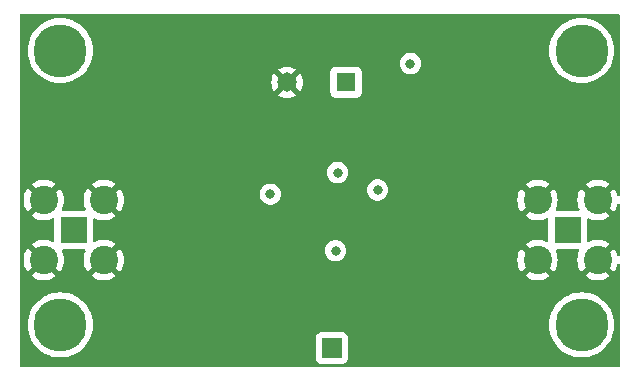
<source format=gbr>
%TF.GenerationSoftware,KiCad,Pcbnew,7.0.5*%
%TF.CreationDate,2023-11-04T20:07:06-04:00*%
%TF.ProjectId,modular,6d6f6475-6c61-4722-9e6b-696361645f70,rev?*%
%TF.SameCoordinates,Original*%
%TF.FileFunction,Copper,L2,Inr*%
%TF.FilePolarity,Positive*%
%FSLAX46Y46*%
G04 Gerber Fmt 4.6, Leading zero omitted, Abs format (unit mm)*
G04 Created by KiCad (PCBNEW 7.0.5) date 2023-11-04 20:07:06*
%MOMM*%
%LPD*%
G01*
G04 APERTURE LIST*
%TA.AperFunction,ComponentPad*%
%ADD10C,4.500000*%
%TD*%
%TA.AperFunction,ComponentPad*%
%ADD11R,1.700000X1.700000*%
%TD*%
%TA.AperFunction,ComponentPad*%
%ADD12R,1.650000X1.650000*%
%TD*%
%TA.AperFunction,ComponentPad*%
%ADD13C,1.650000*%
%TD*%
%TA.AperFunction,ComponentPad*%
%ADD14R,2.250000X2.250000*%
%TD*%
%TA.AperFunction,ComponentPad*%
%ADD15C,2.400000*%
%TD*%
%TA.AperFunction,ViaPad*%
%ADD16C,0.800000*%
%TD*%
G04 APERTURE END LIST*
D10*
%TO.N,N/C*%
%TO.C,*%
X109030000Y-64500000D03*
%TD*%
%TO.N,N/C*%
%TO.C,*%
X153180000Y-87720000D03*
%TD*%
%TO.N,N/C*%
%TO.C,*%
X153180000Y-64500000D03*
%TD*%
%TO.N,N/C*%
%TO.C,*%
X109030000Y-87720000D03*
%TD*%
D11*
%TO.N,Net-(J4-Pin_1)*%
%TO.C,J4*%
X132020000Y-89680000D03*
%TD*%
D12*
%TO.N,+3.3V*%
%TO.C,J1*%
X133232500Y-67180000D03*
D13*
%TO.N,GND*%
X128232500Y-67180000D03*
%TD*%
D14*
%TO.N,Power_Amp_Out*%
%TO.C,J2*%
X151985000Y-79680000D03*
D15*
%TO.N,GND*%
X149445000Y-77140000D03*
X149445000Y-82220000D03*
X154525000Y-82220000D03*
X154525000Y-77140000D03*
%TD*%
D14*
%TO.N,Power_Amp_In*%
%TO.C,J3*%
X110165000Y-79680000D03*
D15*
%TO.N,GND*%
X112705000Y-82220000D03*
X112705000Y-77140000D03*
X107625000Y-77140000D03*
X107625000Y-82220000D03*
%TD*%
D16*
%TO.N,GND*%
X137922856Y-77729810D03*
X140707144Y-80360000D03*
X119492723Y-71649528D03*
X133020000Y-78520000D03*
X107940977Y-71172878D03*
X134633362Y-83930268D03*
X147960000Y-78780000D03*
X114380000Y-80810000D03*
X145450000Y-80410000D03*
X127320000Y-80220000D03*
X147278599Y-85864905D03*
X111252000Y-90659441D03*
X114046000Y-75184000D03*
X120417985Y-87378969D03*
X117981432Y-80820000D03*
X108966000Y-72898000D03*
X137044649Y-69238241D03*
X139708280Y-89818294D03*
X137132860Y-80360000D03*
X121398572Y-78100000D03*
X124876062Y-65817578D03*
X125984000Y-73660000D03*
X116492634Y-74481388D03*
X141530764Y-83061083D03*
X114894456Y-72602827D03*
X139515716Y-80360000D03*
X141898572Y-80360000D03*
X113913118Y-64583897D03*
X152129211Y-70612114D03*
X142688568Y-77729810D03*
X133860000Y-80930000D03*
X116913207Y-90154753D03*
X134840000Y-80770000D03*
X147951516Y-65172699D03*
X123978839Y-67387719D03*
X116240290Y-87154663D03*
X137156802Y-86285478D03*
X134128674Y-73472012D03*
X135810967Y-90154753D03*
X135941432Y-80360000D03*
X147740000Y-80450000D03*
X126010000Y-78140000D03*
X117726316Y-66238152D03*
X112286901Y-67668101D03*
X152858204Y-73668280D03*
X130203323Y-83061083D03*
X116225043Y-65290591D03*
X141867223Y-62705336D03*
X129641331Y-63776527D03*
X127147157Y-83902230D03*
X126321432Y-80820000D03*
X147194484Y-68537285D03*
X123754533Y-86593899D03*
X121555716Y-80820000D03*
X108333512Y-68228865D03*
X118455309Y-84995720D03*
X140305712Y-77729810D03*
X136731428Y-77729810D03*
X138530674Y-83369504D03*
X115371105Y-69827044D03*
X122747144Y-80820000D03*
X126238000Y-69088000D03*
X132164771Y-64743846D03*
X110744799Y-70808381D03*
X123938572Y-80820000D03*
X143090000Y-80360000D03*
X116801054Y-83061083D03*
X149521656Y-74901961D03*
X124090991Y-84350841D03*
X138324288Y-80360000D03*
X123726495Y-64079209D03*
X117824288Y-78100000D03*
X124821432Y-78120000D03*
X106680000Y-72644000D03*
X133020000Y-80390000D03*
X121371284Y-84743376D03*
X120207144Y-78100000D03*
X110492455Y-72350483D03*
X118959997Y-68593362D03*
X132080656Y-69832783D03*
X137969910Y-63181986D03*
X115399143Y-66826954D03*
X140970000Y-74930000D03*
X122296545Y-89958485D03*
X139114284Y-77729810D03*
X125689170Y-86145287D03*
X115610000Y-80810000D03*
X146829987Y-88332268D03*
X127876151Y-87098587D03*
X125130000Y-80820000D03*
X115441432Y-78100000D03*
X128200000Y-78710000D03*
X139700000Y-72390000D03*
X113184124Y-71649528D03*
X139876509Y-85388255D03*
X119015716Y-78100000D03*
X126949662Y-64659731D03*
X141497140Y-77729810D03*
X138430000Y-74930000D03*
X148590000Y-72390000D03*
X123474151Y-74453350D03*
X144780000Y-63500000D03*
X135362356Y-82556395D03*
X139315745Y-87687389D03*
X113716850Y-86005096D03*
X119352532Y-63714712D03*
X125633094Y-88977147D03*
X128540000Y-80210000D03*
X116910000Y-80820000D03*
X116100099Y-85444332D03*
X144780000Y-67310000D03*
X121371284Y-82472280D03*
X142175643Y-86958396D03*
X135540000Y-77729810D03*
X149858115Y-68593362D03*
X119172860Y-80820000D03*
X143880000Y-77729810D03*
X127060000Y-78710000D03*
X112595322Y-87630000D03*
X117612935Y-71346846D03*
X120361908Y-74537464D03*
X143465401Y-89257530D03*
X122689080Y-69013935D03*
X145063580Y-82948930D03*
X134477924Y-63524183D03*
X146050000Y-71120000D03*
X124343335Y-70219579D03*
X133510605Y-70758044D03*
X117612935Y-69117808D03*
X122174000Y-72136000D03*
X143156981Y-84799453D03*
X121399322Y-66854992D03*
X117698277Y-88304230D03*
X130048000Y-69088000D03*
X143510000Y-71120000D03*
X114370000Y-78510000D03*
X146520000Y-80430000D03*
X120333870Y-89425759D03*
X129780000Y-77250000D03*
X120364288Y-80820000D03*
X140970000Y-64770000D03*
X134633362Y-87014472D03*
X144783197Y-86285478D03*
X146050000Y-73660000D03*
X116632860Y-78100000D03*
X123781432Y-78100000D03*
X114698188Y-89369682D03*
X143510000Y-73660000D03*
X122590000Y-78100000D03*
X146790000Y-78740000D03*
X144281432Y-80360000D03*
%TO.N,+3.3V*%
X126810000Y-76650000D03*
X138680000Y-65590000D03*
X135910000Y-76290000D03*
X132520000Y-74820000D03*
%TO.N,Net-(J4-Pin_1)*%
X132340000Y-81440000D03*
%TD*%
%TA.AperFunction,Conductor*%
%TO.N,GND*%
G36*
X156362539Y-61390185D02*
G01*
X156408294Y-61442989D01*
X156419500Y-61494500D01*
X156419500Y-76700083D01*
X156399815Y-76767122D01*
X156347011Y-76812877D01*
X156277853Y-76822821D01*
X156214297Y-76793796D01*
X156176523Y-76735018D01*
X156174609Y-76727676D01*
X156154031Y-76637522D01*
X156154026Y-76637505D01*
X156060941Y-76400328D01*
X156060942Y-76400328D01*
X155933544Y-76179671D01*
X155891546Y-76127006D01*
X155241661Y-76776890D01*
X155154423Y-76638052D01*
X155026948Y-76510577D01*
X154888107Y-76423337D01*
X155538185Y-75773261D01*
X155377377Y-75663624D01*
X155377376Y-75663623D01*
X155147823Y-75553078D01*
X155147825Y-75553078D01*
X154904347Y-75477975D01*
X154904341Y-75477973D01*
X154652404Y-75440000D01*
X154397595Y-75440000D01*
X154145658Y-75477973D01*
X154145652Y-75477975D01*
X153902175Y-75553078D01*
X153672624Y-75663623D01*
X153672616Y-75663628D01*
X153511813Y-75773261D01*
X154161891Y-76423338D01*
X154023052Y-76510577D01*
X153895577Y-76638052D01*
X153808338Y-76776891D01*
X153158453Y-76127006D01*
X153116455Y-76179670D01*
X152989058Y-76400328D01*
X152895973Y-76637505D01*
X152895968Y-76637522D01*
X152839273Y-76885920D01*
X152820233Y-77139995D01*
X152820233Y-77140004D01*
X152839273Y-77394079D01*
X152895968Y-77642477D01*
X152895973Y-77642494D01*
X152990753Y-77883990D01*
X152988940Y-77884701D01*
X152998982Y-77945618D01*
X152971271Y-78009758D01*
X152913282Y-78048733D01*
X152875907Y-78054500D01*
X151094093Y-78054500D01*
X151027054Y-78034815D01*
X150981299Y-77982011D01*
X150971355Y-77912853D01*
X150980056Y-77884307D01*
X150979247Y-77883990D01*
X151074026Y-77642494D01*
X151074031Y-77642477D01*
X151130726Y-77394079D01*
X151149767Y-77140004D01*
X151149767Y-77139995D01*
X151130726Y-76885920D01*
X151074031Y-76637522D01*
X151074026Y-76637505D01*
X150980941Y-76400328D01*
X150980942Y-76400328D01*
X150853544Y-76179671D01*
X150811545Y-76127005D01*
X150161660Y-76776890D01*
X150074423Y-76638052D01*
X149946948Y-76510577D01*
X149808107Y-76423337D01*
X150458185Y-75773261D01*
X150297377Y-75663624D01*
X150297376Y-75663623D01*
X150067823Y-75553078D01*
X150067825Y-75553078D01*
X149824347Y-75477975D01*
X149824341Y-75477973D01*
X149572404Y-75440000D01*
X149317595Y-75440000D01*
X149065658Y-75477973D01*
X149065652Y-75477975D01*
X148822175Y-75553078D01*
X148592624Y-75663623D01*
X148592616Y-75663628D01*
X148431813Y-75773261D01*
X149081891Y-76423338D01*
X148943052Y-76510577D01*
X148815577Y-76638052D01*
X148728338Y-76776891D01*
X148078453Y-76127006D01*
X148036455Y-76179670D01*
X147909058Y-76400328D01*
X147815973Y-76637505D01*
X147815968Y-76637522D01*
X147759273Y-76885920D01*
X147740233Y-77139995D01*
X147740233Y-77140004D01*
X147759273Y-77394079D01*
X147815968Y-77642477D01*
X147815973Y-77642494D01*
X147909058Y-77879671D01*
X147909057Y-77879671D01*
X148036457Y-78100332D01*
X148078452Y-78152993D01*
X148078453Y-78152993D01*
X148728338Y-77503108D01*
X148815577Y-77641948D01*
X148943052Y-77769423D01*
X149081890Y-77856661D01*
X148431813Y-78506737D01*
X148592623Y-78616375D01*
X148592624Y-78616376D01*
X148822176Y-78726921D01*
X148822174Y-78726921D01*
X149065652Y-78802024D01*
X149065658Y-78802026D01*
X149317595Y-78839999D01*
X149317604Y-78840000D01*
X149572396Y-78840000D01*
X149572404Y-78839999D01*
X149824341Y-78802026D01*
X149824347Y-78802024D01*
X150067821Y-78726922D01*
X150181698Y-78672082D01*
X150250639Y-78660730D01*
X150314774Y-78688452D01*
X150353740Y-78746447D01*
X150359500Y-78783802D01*
X150359500Y-80576197D01*
X150339815Y-80643236D01*
X150287011Y-80688991D01*
X150217853Y-80698935D01*
X150181699Y-80687917D01*
X150067823Y-80633078D01*
X150067825Y-80633078D01*
X149824347Y-80557975D01*
X149824341Y-80557973D01*
X149572404Y-80520000D01*
X149317595Y-80520000D01*
X149065658Y-80557973D01*
X149065652Y-80557975D01*
X148822175Y-80633078D01*
X148592624Y-80743623D01*
X148592616Y-80743628D01*
X148431813Y-80853261D01*
X149081891Y-81503338D01*
X148943052Y-81590577D01*
X148815577Y-81718052D01*
X148728338Y-81856891D01*
X148078453Y-81207006D01*
X148036455Y-81259670D01*
X147909058Y-81480328D01*
X147815973Y-81717505D01*
X147815968Y-81717522D01*
X147759273Y-81965920D01*
X147740233Y-82219995D01*
X147740233Y-82220004D01*
X147759273Y-82474079D01*
X147815968Y-82722477D01*
X147815973Y-82722494D01*
X147909058Y-82959671D01*
X147909057Y-82959671D01*
X148036457Y-83180332D01*
X148078452Y-83232993D01*
X148078453Y-83232993D01*
X148728338Y-82583108D01*
X148815577Y-82721948D01*
X148943052Y-82849423D01*
X149081890Y-82936661D01*
X148431813Y-83586737D01*
X148592623Y-83696375D01*
X148592624Y-83696376D01*
X148822176Y-83806921D01*
X148822174Y-83806921D01*
X149065652Y-83882024D01*
X149065658Y-83882026D01*
X149317595Y-83919999D01*
X149317604Y-83920000D01*
X149572396Y-83920000D01*
X149572404Y-83919999D01*
X149824341Y-83882026D01*
X149824347Y-83882024D01*
X150067824Y-83806921D01*
X150297381Y-83696373D01*
X150458185Y-83586737D01*
X149808108Y-82936661D01*
X149946948Y-82849423D01*
X150074423Y-82721948D01*
X150161661Y-82583108D01*
X150811545Y-83232993D01*
X150853545Y-83180327D01*
X150980941Y-82959671D01*
X151074026Y-82722494D01*
X151074031Y-82722477D01*
X151130726Y-82474079D01*
X151149767Y-82220004D01*
X151149767Y-82219995D01*
X151130726Y-81965920D01*
X151074031Y-81717522D01*
X151074026Y-81717505D01*
X150979247Y-81476010D01*
X150981051Y-81475301D01*
X150971023Y-81414341D01*
X150998755Y-81350210D01*
X151056756Y-81311254D01*
X151094087Y-81305499D01*
X152875907Y-81305499D01*
X152942946Y-81325184D01*
X152988701Y-81377988D01*
X152998645Y-81447146D01*
X152989947Y-81475693D01*
X152990753Y-81476010D01*
X152895973Y-81717505D01*
X152895968Y-81717522D01*
X152839273Y-81965920D01*
X152820233Y-82219995D01*
X152820233Y-82220004D01*
X152839273Y-82474079D01*
X152895968Y-82722477D01*
X152895973Y-82722494D01*
X152989058Y-82959671D01*
X152989057Y-82959671D01*
X153116457Y-83180332D01*
X153158452Y-83232993D01*
X153808338Y-82583107D01*
X153895577Y-82721948D01*
X154023052Y-82849423D01*
X154161890Y-82936661D01*
X153511813Y-83586737D01*
X153672623Y-83696375D01*
X153672624Y-83696376D01*
X153902176Y-83806921D01*
X153902174Y-83806921D01*
X154145652Y-83882024D01*
X154145658Y-83882026D01*
X154397595Y-83919999D01*
X154397604Y-83920000D01*
X154652396Y-83920000D01*
X154652404Y-83919999D01*
X154904341Y-83882026D01*
X154904347Y-83882024D01*
X155147824Y-83806921D01*
X155377381Y-83696373D01*
X155538185Y-83586737D01*
X154888108Y-82936661D01*
X155026948Y-82849423D01*
X155154423Y-82721948D01*
X155241661Y-82583108D01*
X155891545Y-83232993D01*
X155933545Y-83180327D01*
X156060941Y-82959671D01*
X156154026Y-82722494D01*
X156154032Y-82722475D01*
X156174609Y-82632324D01*
X156208718Y-82571345D01*
X156270379Y-82538487D01*
X156340016Y-82544182D01*
X156395520Y-82586622D01*
X156419268Y-82652332D01*
X156419500Y-82659916D01*
X156419500Y-91175500D01*
X156399815Y-91242539D01*
X156347011Y-91288294D01*
X156295500Y-91299500D01*
X105744500Y-91299500D01*
X105677461Y-91279815D01*
X105631706Y-91227011D01*
X105620500Y-91175500D01*
X105620500Y-90577870D01*
X130669500Y-90577870D01*
X130669501Y-90577876D01*
X130675908Y-90637483D01*
X130726202Y-90772328D01*
X130726206Y-90772335D01*
X130812452Y-90887544D01*
X130812455Y-90887547D01*
X130927664Y-90973793D01*
X130927671Y-90973797D01*
X131062517Y-91024091D01*
X131062516Y-91024091D01*
X131069444Y-91024835D01*
X131122127Y-91030500D01*
X132917872Y-91030499D01*
X132977483Y-91024091D01*
X133112331Y-90973796D01*
X133227546Y-90887546D01*
X133313796Y-90772331D01*
X133364091Y-90637483D01*
X133370500Y-90577873D01*
X133370499Y-88782128D01*
X133364091Y-88722517D01*
X133354618Y-88697119D01*
X133313797Y-88587671D01*
X133313793Y-88587664D01*
X133227547Y-88472455D01*
X133227544Y-88472452D01*
X133112335Y-88386206D01*
X133112328Y-88386202D01*
X132977482Y-88335908D01*
X132977483Y-88335908D01*
X132917883Y-88329501D01*
X132917881Y-88329500D01*
X132917873Y-88329500D01*
X132917864Y-88329500D01*
X131122129Y-88329500D01*
X131122123Y-88329501D01*
X131062516Y-88335908D01*
X130927671Y-88386202D01*
X130927664Y-88386206D01*
X130812455Y-88472452D01*
X130812452Y-88472455D01*
X130726206Y-88587664D01*
X130726202Y-88587671D01*
X130675908Y-88722517D01*
X130669501Y-88782116D01*
X130669501Y-88782123D01*
X130669500Y-88782135D01*
X130669500Y-90577870D01*
X105620500Y-90577870D01*
X105620500Y-87720000D01*
X106274473Y-87720000D01*
X106294563Y-88052136D01*
X106294563Y-88052141D01*
X106294564Y-88052142D01*
X106354544Y-88379441D01*
X106354545Y-88379445D01*
X106354546Y-88379449D01*
X106453530Y-88697104D01*
X106453534Y-88697116D01*
X106453537Y-88697123D01*
X106590102Y-89000557D01*
X106762246Y-89285318D01*
X106762251Y-89285326D01*
X106967460Y-89547255D01*
X107202744Y-89782539D01*
X107464673Y-89987748D01*
X107464678Y-89987751D01*
X107464682Y-89987754D01*
X107749443Y-90159898D01*
X108052877Y-90296463D01*
X108052890Y-90296467D01*
X108052895Y-90296469D01*
X108264664Y-90362458D01*
X108370559Y-90395456D01*
X108697858Y-90455436D01*
X109030000Y-90475527D01*
X109362142Y-90455436D01*
X109689441Y-90395456D01*
X110007123Y-90296463D01*
X110310557Y-90159898D01*
X110595318Y-89987754D01*
X110857252Y-89782542D01*
X111092542Y-89547252D01*
X111297754Y-89285318D01*
X111469898Y-89000557D01*
X111606463Y-88697123D01*
X111705456Y-88379441D01*
X111765436Y-88052142D01*
X111785527Y-87720000D01*
X111785527Y-87719999D01*
X150424473Y-87719999D01*
X150444563Y-88052136D01*
X150444563Y-88052141D01*
X150444564Y-88052142D01*
X150504544Y-88379441D01*
X150504545Y-88379445D01*
X150504546Y-88379449D01*
X150603530Y-88697104D01*
X150603534Y-88697116D01*
X150603537Y-88697123D01*
X150740102Y-89000557D01*
X150912246Y-89285318D01*
X150912251Y-89285326D01*
X151117460Y-89547255D01*
X151352744Y-89782539D01*
X151614673Y-89987748D01*
X151614678Y-89987751D01*
X151614682Y-89987754D01*
X151899443Y-90159898D01*
X152202877Y-90296463D01*
X152202890Y-90296467D01*
X152202895Y-90296469D01*
X152414664Y-90362458D01*
X152520559Y-90395456D01*
X152847858Y-90455436D01*
X153180000Y-90475527D01*
X153512142Y-90455436D01*
X153839441Y-90395456D01*
X154157123Y-90296463D01*
X154460557Y-90159898D01*
X154745318Y-89987754D01*
X155007252Y-89782542D01*
X155242542Y-89547252D01*
X155447754Y-89285318D01*
X155619898Y-89000557D01*
X155756463Y-88697123D01*
X155855456Y-88379441D01*
X155915436Y-88052142D01*
X155935527Y-87720000D01*
X155915436Y-87387858D01*
X155855456Y-87060559D01*
X155756463Y-86742877D01*
X155619898Y-86439443D01*
X155447754Y-86154682D01*
X155447751Y-86154678D01*
X155447748Y-86154673D01*
X155242539Y-85892744D01*
X155007255Y-85657460D01*
X154745326Y-85452251D01*
X154745318Y-85452246D01*
X154460557Y-85280102D01*
X154157123Y-85143537D01*
X154157116Y-85143534D01*
X154157104Y-85143530D01*
X153839449Y-85044546D01*
X153839445Y-85044545D01*
X153839441Y-85044544D01*
X153512142Y-84984564D01*
X153512141Y-84984563D01*
X153512136Y-84984563D01*
X153208800Y-84966215D01*
X153180000Y-84964473D01*
X153179999Y-84964473D01*
X152847863Y-84984563D01*
X152847857Y-84984564D01*
X152847858Y-84984564D01*
X152520559Y-85044544D01*
X152520556Y-85044544D01*
X152520550Y-85044546D01*
X152202895Y-85143530D01*
X152202879Y-85143536D01*
X152202877Y-85143537D01*
X152009656Y-85230498D01*
X151899447Y-85280100D01*
X151899445Y-85280101D01*
X151614673Y-85452251D01*
X151352744Y-85657460D01*
X151117460Y-85892744D01*
X150912251Y-86154673D01*
X150740101Y-86439445D01*
X150740100Y-86439447D01*
X150603536Y-86742880D01*
X150603530Y-86742895D01*
X150504546Y-87060550D01*
X150444563Y-87387863D01*
X150424473Y-87719999D01*
X111785527Y-87719999D01*
X111765436Y-87387858D01*
X111705456Y-87060559D01*
X111606463Y-86742877D01*
X111469898Y-86439443D01*
X111297754Y-86154682D01*
X111297751Y-86154678D01*
X111297748Y-86154673D01*
X111092539Y-85892744D01*
X110857255Y-85657460D01*
X110595326Y-85452251D01*
X110595318Y-85452246D01*
X110310557Y-85280102D01*
X110007123Y-85143537D01*
X110007116Y-85143534D01*
X110007104Y-85143530D01*
X109689449Y-85044546D01*
X109689445Y-85044545D01*
X109689441Y-85044544D01*
X109362142Y-84984564D01*
X109362141Y-84984563D01*
X109362136Y-84984563D01*
X109030000Y-84964473D01*
X108697863Y-84984563D01*
X108697857Y-84984564D01*
X108697858Y-84984564D01*
X108370559Y-85044544D01*
X108370556Y-85044544D01*
X108370550Y-85044546D01*
X108052895Y-85143530D01*
X108052879Y-85143536D01*
X108052877Y-85143537D01*
X107859656Y-85230498D01*
X107749447Y-85280100D01*
X107749445Y-85280101D01*
X107464673Y-85452251D01*
X107202744Y-85657460D01*
X106967460Y-85892744D01*
X106762251Y-86154673D01*
X106590101Y-86439445D01*
X106590100Y-86439447D01*
X106453536Y-86742880D01*
X106453530Y-86742895D01*
X106354546Y-87060550D01*
X106294563Y-87387863D01*
X106274473Y-87720000D01*
X105620500Y-87720000D01*
X105620500Y-82220004D01*
X105920233Y-82220004D01*
X105939273Y-82474079D01*
X105995968Y-82722477D01*
X105995973Y-82722494D01*
X106089058Y-82959671D01*
X106089057Y-82959671D01*
X106216457Y-83180332D01*
X106258452Y-83232993D01*
X106258453Y-83232993D01*
X106908338Y-82583108D01*
X106995577Y-82721948D01*
X107123052Y-82849423D01*
X107261890Y-82936661D01*
X106611813Y-83586737D01*
X106772623Y-83696375D01*
X106772624Y-83696376D01*
X107002176Y-83806921D01*
X107002174Y-83806921D01*
X107245652Y-83882024D01*
X107245658Y-83882026D01*
X107497595Y-83919999D01*
X107497604Y-83920000D01*
X107752396Y-83920000D01*
X107752404Y-83919999D01*
X108004341Y-83882026D01*
X108004347Y-83882024D01*
X108247824Y-83806921D01*
X108477381Y-83696373D01*
X108638185Y-83586737D01*
X107988108Y-82936661D01*
X108126948Y-82849423D01*
X108254423Y-82721948D01*
X108341661Y-82583108D01*
X108991545Y-83232993D01*
X109033545Y-83180327D01*
X109160941Y-82959671D01*
X109254026Y-82722494D01*
X109254031Y-82722477D01*
X109310726Y-82474079D01*
X109329767Y-82220004D01*
X109329767Y-82219995D01*
X109310726Y-81965920D01*
X109254031Y-81717522D01*
X109254026Y-81717505D01*
X109159247Y-81476010D01*
X109161051Y-81475301D01*
X109151023Y-81414341D01*
X109178755Y-81350210D01*
X109236756Y-81311254D01*
X109274087Y-81305499D01*
X111055907Y-81305499D01*
X111122946Y-81325184D01*
X111168701Y-81377988D01*
X111178645Y-81447146D01*
X111169947Y-81475693D01*
X111170753Y-81476010D01*
X111075973Y-81717505D01*
X111075968Y-81717522D01*
X111019273Y-81965920D01*
X111000233Y-82219995D01*
X111000233Y-82220004D01*
X111019273Y-82474079D01*
X111075968Y-82722477D01*
X111075973Y-82722494D01*
X111169058Y-82959671D01*
X111169057Y-82959671D01*
X111296457Y-83180332D01*
X111338452Y-83232993D01*
X111988338Y-82583107D01*
X112075577Y-82721948D01*
X112203052Y-82849423D01*
X112341890Y-82936661D01*
X111691813Y-83586737D01*
X111852623Y-83696375D01*
X111852624Y-83696376D01*
X112082176Y-83806921D01*
X112082174Y-83806921D01*
X112325652Y-83882024D01*
X112325658Y-83882026D01*
X112577595Y-83919999D01*
X112577604Y-83920000D01*
X112832396Y-83920000D01*
X112832404Y-83919999D01*
X113084341Y-83882026D01*
X113084347Y-83882024D01*
X113327824Y-83806921D01*
X113557381Y-83696373D01*
X113718185Y-83586737D01*
X113068108Y-82936661D01*
X113206948Y-82849423D01*
X113334423Y-82721948D01*
X113421661Y-82583108D01*
X114071545Y-83232993D01*
X114113545Y-83180327D01*
X114240941Y-82959671D01*
X114334026Y-82722494D01*
X114334031Y-82722477D01*
X114390726Y-82474079D01*
X114409767Y-82220004D01*
X114409767Y-82219995D01*
X114390726Y-81965920D01*
X114334031Y-81717522D01*
X114334026Y-81717505D01*
X114240941Y-81480328D01*
X114240942Y-81480328D01*
X114217658Y-81440000D01*
X131434540Y-81440000D01*
X131454326Y-81628256D01*
X131454327Y-81628259D01*
X131512818Y-81808277D01*
X131512821Y-81808284D01*
X131607467Y-81972216D01*
X131669272Y-82040857D01*
X131734129Y-82112888D01*
X131887265Y-82224148D01*
X131887270Y-82224151D01*
X132060192Y-82301142D01*
X132060197Y-82301144D01*
X132245354Y-82340500D01*
X132245355Y-82340500D01*
X132434644Y-82340500D01*
X132434646Y-82340500D01*
X132619803Y-82301144D01*
X132792730Y-82224151D01*
X132945871Y-82112888D01*
X133072533Y-81972216D01*
X133167179Y-81808284D01*
X133225674Y-81628256D01*
X133245460Y-81440000D01*
X133225674Y-81251744D01*
X133167179Y-81071716D01*
X133072533Y-80907784D01*
X132945871Y-80767112D01*
X132913548Y-80743628D01*
X132792734Y-80655851D01*
X132792729Y-80655848D01*
X132619807Y-80578857D01*
X132619802Y-80578855D01*
X132474000Y-80547865D01*
X132434646Y-80539500D01*
X132245354Y-80539500D01*
X132212897Y-80546398D01*
X132060197Y-80578855D01*
X132060192Y-80578857D01*
X131887270Y-80655848D01*
X131887265Y-80655851D01*
X131734129Y-80767111D01*
X131607466Y-80907785D01*
X131512821Y-81071715D01*
X131512818Y-81071722D01*
X131468862Y-81207006D01*
X131454326Y-81251744D01*
X131434540Y-81440000D01*
X114217658Y-81440000D01*
X114113544Y-81259671D01*
X114071545Y-81207005D01*
X113421660Y-81856890D01*
X113334423Y-81718052D01*
X113206948Y-81590577D01*
X113068108Y-81503338D01*
X113718185Y-80853261D01*
X113557377Y-80743624D01*
X113557376Y-80743623D01*
X113327823Y-80633078D01*
X113327825Y-80633078D01*
X113084347Y-80557975D01*
X113084341Y-80557973D01*
X112832404Y-80520000D01*
X112577595Y-80520000D01*
X112325658Y-80557973D01*
X112325652Y-80557975D01*
X112082175Y-80633078D01*
X111968300Y-80687918D01*
X111899359Y-80699270D01*
X111835225Y-80671548D01*
X111796259Y-80613552D01*
X111790499Y-80576203D01*
X111790499Y-78783801D01*
X111810184Y-78716763D01*
X111862988Y-78671008D01*
X111932146Y-78661064D01*
X111968300Y-78672082D01*
X112082176Y-78726921D01*
X112082174Y-78726921D01*
X112325652Y-78802024D01*
X112325658Y-78802026D01*
X112577595Y-78839999D01*
X112577604Y-78840000D01*
X112832396Y-78840000D01*
X112832404Y-78839999D01*
X113084341Y-78802026D01*
X113084347Y-78802024D01*
X113327824Y-78726921D01*
X113557381Y-78616373D01*
X113718185Y-78506737D01*
X113068108Y-77856661D01*
X113206948Y-77769423D01*
X113334423Y-77641948D01*
X113421661Y-77503108D01*
X114071545Y-78152993D01*
X114113545Y-78100327D01*
X114240941Y-77879671D01*
X114334026Y-77642494D01*
X114334031Y-77642477D01*
X114390726Y-77394079D01*
X114409767Y-77140004D01*
X114409767Y-77139995D01*
X114390726Y-76885920D01*
X114336879Y-76650000D01*
X125904540Y-76650000D01*
X125924326Y-76838256D01*
X125924327Y-76838259D01*
X125982818Y-77018277D01*
X125982821Y-77018284D01*
X126077467Y-77182216D01*
X126200757Y-77319143D01*
X126204129Y-77322888D01*
X126357265Y-77434148D01*
X126357270Y-77434151D01*
X126530192Y-77511142D01*
X126530197Y-77511144D01*
X126715354Y-77550500D01*
X126715355Y-77550500D01*
X126904644Y-77550500D01*
X126904646Y-77550500D01*
X127089803Y-77511144D01*
X127262730Y-77434151D01*
X127415871Y-77322888D01*
X127542533Y-77182216D01*
X127637179Y-77018284D01*
X127695674Y-76838256D01*
X127715460Y-76650000D01*
X127695674Y-76461744D01*
X127639871Y-76290000D01*
X135004540Y-76290000D01*
X135024326Y-76478256D01*
X135024327Y-76478259D01*
X135082818Y-76658277D01*
X135082821Y-76658284D01*
X135177467Y-76822216D01*
X135234827Y-76885920D01*
X135304129Y-76962888D01*
X135457265Y-77074148D01*
X135457270Y-77074151D01*
X135630192Y-77151142D01*
X135630197Y-77151144D01*
X135815354Y-77190500D01*
X135815355Y-77190500D01*
X136004644Y-77190500D01*
X136004646Y-77190500D01*
X136189803Y-77151144D01*
X136362730Y-77074151D01*
X136515871Y-76962888D01*
X136642533Y-76822216D01*
X136737179Y-76658284D01*
X136795674Y-76478256D01*
X136815460Y-76290000D01*
X136795674Y-76101744D01*
X136737179Y-75921716D01*
X136642533Y-75757784D01*
X136515871Y-75617112D01*
X136498028Y-75604148D01*
X136362734Y-75505851D01*
X136362729Y-75505848D01*
X136189807Y-75428857D01*
X136189802Y-75428855D01*
X136044001Y-75397865D01*
X136004646Y-75389500D01*
X135815354Y-75389500D01*
X135782897Y-75396398D01*
X135630197Y-75428855D01*
X135630192Y-75428857D01*
X135457270Y-75505848D01*
X135457265Y-75505851D01*
X135304129Y-75617111D01*
X135177466Y-75757785D01*
X135082821Y-75921715D01*
X135082818Y-75921722D01*
X135024327Y-76101740D01*
X135024326Y-76101744D01*
X135004540Y-76290000D01*
X127639871Y-76290000D01*
X127637179Y-76281716D01*
X127542533Y-76117784D01*
X127415871Y-75977112D01*
X127415870Y-75977111D01*
X127262734Y-75865851D01*
X127262729Y-75865848D01*
X127089807Y-75788857D01*
X127089802Y-75788855D01*
X126943619Y-75757784D01*
X126904646Y-75749500D01*
X126715354Y-75749500D01*
X126682897Y-75756398D01*
X126530197Y-75788855D01*
X126530192Y-75788857D01*
X126357270Y-75865848D01*
X126357265Y-75865851D01*
X126204129Y-75977111D01*
X126077466Y-76117785D01*
X125982821Y-76281715D01*
X125982818Y-76281722D01*
X125958969Y-76355123D01*
X125924326Y-76461744D01*
X125904540Y-76650000D01*
X114336879Y-76650000D01*
X114334031Y-76637522D01*
X114334026Y-76637505D01*
X114240941Y-76400328D01*
X114240942Y-76400328D01*
X114113544Y-76179671D01*
X114071546Y-76127006D01*
X113421661Y-76776890D01*
X113334423Y-76638052D01*
X113206948Y-76510577D01*
X113068108Y-76423338D01*
X113718185Y-75773261D01*
X113557377Y-75663624D01*
X113557376Y-75663623D01*
X113327823Y-75553078D01*
X113327825Y-75553078D01*
X113084347Y-75477975D01*
X113084341Y-75477973D01*
X112832404Y-75440000D01*
X112577595Y-75440000D01*
X112325658Y-75477973D01*
X112325652Y-75477975D01*
X112082175Y-75553078D01*
X111852624Y-75663623D01*
X111852616Y-75663628D01*
X111691813Y-75773261D01*
X112341891Y-76423338D01*
X112203052Y-76510577D01*
X112075577Y-76638052D01*
X111988338Y-76776891D01*
X111338453Y-76127006D01*
X111296455Y-76179670D01*
X111169058Y-76400328D01*
X111075973Y-76637505D01*
X111075968Y-76637522D01*
X111019273Y-76885920D01*
X111000233Y-77139995D01*
X111000233Y-77140004D01*
X111019273Y-77394079D01*
X111075968Y-77642477D01*
X111075973Y-77642494D01*
X111170753Y-77883990D01*
X111168940Y-77884701D01*
X111178982Y-77945618D01*
X111151271Y-78009758D01*
X111093282Y-78048733D01*
X111055907Y-78054500D01*
X109274093Y-78054500D01*
X109207054Y-78034815D01*
X109161299Y-77982011D01*
X109151355Y-77912853D01*
X109160056Y-77884307D01*
X109159247Y-77883990D01*
X109254026Y-77642494D01*
X109254031Y-77642477D01*
X109310726Y-77394079D01*
X109329767Y-77140004D01*
X109329767Y-77139995D01*
X109310726Y-76885920D01*
X109254031Y-76637522D01*
X109254026Y-76637505D01*
X109160941Y-76400328D01*
X109160942Y-76400328D01*
X109033544Y-76179671D01*
X108991545Y-76127005D01*
X108341660Y-76776890D01*
X108254423Y-76638052D01*
X108126948Y-76510577D01*
X107988107Y-76423337D01*
X108638185Y-75773261D01*
X108477377Y-75663624D01*
X108477376Y-75663623D01*
X108247823Y-75553078D01*
X108247825Y-75553078D01*
X108004347Y-75477975D01*
X108004341Y-75477973D01*
X107752404Y-75440000D01*
X107497595Y-75440000D01*
X107245658Y-75477973D01*
X107245652Y-75477975D01*
X107002175Y-75553078D01*
X106772624Y-75663623D01*
X106772616Y-75663628D01*
X106611813Y-75773261D01*
X107261891Y-76423338D01*
X107123052Y-76510577D01*
X106995577Y-76638052D01*
X106908338Y-76776891D01*
X106258453Y-76127006D01*
X106216455Y-76179670D01*
X106089058Y-76400328D01*
X105995973Y-76637505D01*
X105995968Y-76637522D01*
X105939273Y-76885920D01*
X105920233Y-77139995D01*
X105920233Y-77140004D01*
X105939273Y-77394079D01*
X105995968Y-77642477D01*
X105995973Y-77642494D01*
X106089058Y-77879671D01*
X106089057Y-77879671D01*
X106216457Y-78100332D01*
X106258452Y-78152993D01*
X106258453Y-78152993D01*
X106908338Y-77503108D01*
X106995577Y-77641948D01*
X107123052Y-77769423D01*
X107261890Y-77856661D01*
X106611813Y-78506737D01*
X106772623Y-78616375D01*
X106772624Y-78616376D01*
X107002176Y-78726921D01*
X107002174Y-78726921D01*
X107245652Y-78802024D01*
X107245658Y-78802026D01*
X107497595Y-78839999D01*
X107497604Y-78840000D01*
X107752396Y-78840000D01*
X107752404Y-78839999D01*
X108004341Y-78802026D01*
X108004347Y-78802024D01*
X108247821Y-78726922D01*
X108361698Y-78672082D01*
X108430639Y-78660730D01*
X108494774Y-78688452D01*
X108533740Y-78746447D01*
X108539500Y-78783802D01*
X108539500Y-80576197D01*
X108519815Y-80643236D01*
X108467011Y-80688991D01*
X108397853Y-80698935D01*
X108361699Y-80687917D01*
X108247823Y-80633078D01*
X108247825Y-80633078D01*
X108004347Y-80557975D01*
X108004341Y-80557973D01*
X107752404Y-80520000D01*
X107497595Y-80520000D01*
X107245658Y-80557973D01*
X107245652Y-80557975D01*
X107002175Y-80633078D01*
X106772624Y-80743623D01*
X106772616Y-80743628D01*
X106611813Y-80853261D01*
X107261891Y-81503338D01*
X107123052Y-81590577D01*
X106995577Y-81718052D01*
X106908338Y-81856891D01*
X106258453Y-81207006D01*
X106216455Y-81259670D01*
X106089058Y-81480328D01*
X105995973Y-81717505D01*
X105995968Y-81717522D01*
X105939273Y-81965920D01*
X105920233Y-82219995D01*
X105920233Y-82220004D01*
X105620500Y-82220004D01*
X105620500Y-74820000D01*
X131614540Y-74820000D01*
X131634326Y-75008256D01*
X131634327Y-75008259D01*
X131692818Y-75188277D01*
X131692821Y-75188284D01*
X131787467Y-75352216D01*
X131900701Y-75477975D01*
X131914129Y-75492888D01*
X132067265Y-75604148D01*
X132067270Y-75604151D01*
X132240192Y-75681142D01*
X132240197Y-75681144D01*
X132425354Y-75720500D01*
X132425355Y-75720500D01*
X132614644Y-75720500D01*
X132614646Y-75720500D01*
X132799803Y-75681144D01*
X132972730Y-75604151D01*
X133125871Y-75492888D01*
X133252533Y-75352216D01*
X133347179Y-75188284D01*
X133405674Y-75008256D01*
X133425460Y-74820000D01*
X133405674Y-74631744D01*
X133347179Y-74451716D01*
X133252533Y-74287784D01*
X133125871Y-74147112D01*
X133125870Y-74147111D01*
X132972734Y-74035851D01*
X132972729Y-74035848D01*
X132799807Y-73958857D01*
X132799802Y-73958855D01*
X132654001Y-73927865D01*
X132614646Y-73919500D01*
X132425354Y-73919500D01*
X132392897Y-73926398D01*
X132240197Y-73958855D01*
X132240192Y-73958857D01*
X132067270Y-74035848D01*
X132067265Y-74035851D01*
X131914129Y-74147111D01*
X131787466Y-74287785D01*
X131692821Y-74451715D01*
X131692818Y-74451722D01*
X131634327Y-74631740D01*
X131634326Y-74631744D01*
X131614540Y-74820000D01*
X105620500Y-74820000D01*
X105620500Y-64499999D01*
X106274473Y-64499999D01*
X106294563Y-64832136D01*
X106294563Y-64832141D01*
X106294564Y-64832142D01*
X106354544Y-65159441D01*
X106354545Y-65159445D01*
X106354546Y-65159449D01*
X106453530Y-65477104D01*
X106453534Y-65477116D01*
X106453537Y-65477123D01*
X106590102Y-65780557D01*
X106739767Y-66028133D01*
X106762251Y-66065326D01*
X106967460Y-66327255D01*
X107202744Y-66562539D01*
X107464673Y-66767748D01*
X107464678Y-66767751D01*
X107464682Y-66767754D01*
X107749443Y-66939898D01*
X108052877Y-67076463D01*
X108052890Y-67076467D01*
X108052895Y-67076469D01*
X108253124Y-67138862D01*
X108370559Y-67175456D01*
X108697858Y-67235436D01*
X109030000Y-67255527D01*
X109362142Y-67235436D01*
X109664645Y-67180000D01*
X126902439Y-67180000D01*
X126922645Y-67410958D01*
X126922647Y-67410968D01*
X126982648Y-67634900D01*
X126982652Y-67634909D01*
X127080632Y-67845029D01*
X127080633Y-67845031D01*
X127135523Y-67923422D01*
X127135523Y-67923423D01*
X127629952Y-67428993D01*
X127639688Y-67458956D01*
X127727686Y-67597619D01*
X127847403Y-67710040D01*
X127982010Y-67784041D01*
X127489075Y-68276975D01*
X127567473Y-68331868D01*
X127777590Y-68429847D01*
X127777599Y-68429851D01*
X128001531Y-68489852D01*
X128001541Y-68489854D01*
X128232499Y-68510061D01*
X128232501Y-68510061D01*
X128463458Y-68489854D01*
X128463468Y-68489852D01*
X128687400Y-68429851D01*
X128687409Y-68429847D01*
X128897530Y-68331867D01*
X128975923Y-68276975D01*
X128751818Y-68052870D01*
X131907000Y-68052870D01*
X131907001Y-68052876D01*
X131913408Y-68112483D01*
X131963702Y-68247328D01*
X131963706Y-68247335D01*
X132049952Y-68362544D01*
X132049955Y-68362547D01*
X132165164Y-68448793D01*
X132165171Y-68448797D01*
X132300017Y-68499091D01*
X132300016Y-68499091D01*
X132306944Y-68499835D01*
X132359627Y-68505500D01*
X134105372Y-68505499D01*
X134164983Y-68499091D01*
X134299831Y-68448796D01*
X134415046Y-68362546D01*
X134501296Y-68247331D01*
X134551591Y-68112483D01*
X134558000Y-68052873D01*
X134557999Y-66307128D01*
X134551591Y-66247517D01*
X134501296Y-66112669D01*
X134501295Y-66112668D01*
X134501293Y-66112664D01*
X134415047Y-65997455D01*
X134415044Y-65997452D01*
X134299835Y-65911206D01*
X134299828Y-65911202D01*
X134164982Y-65860908D01*
X134164983Y-65860908D01*
X134105383Y-65854501D01*
X134105381Y-65854500D01*
X134105373Y-65854500D01*
X134105364Y-65854500D01*
X132359629Y-65854500D01*
X132359623Y-65854501D01*
X132300016Y-65860908D01*
X132165171Y-65911202D01*
X132165164Y-65911206D01*
X132049955Y-65997452D01*
X132049952Y-65997455D01*
X131963706Y-66112664D01*
X131963702Y-66112671D01*
X131913408Y-66247517D01*
X131911756Y-66262888D01*
X131907001Y-66307123D01*
X131907000Y-66307135D01*
X131907000Y-68052870D01*
X128751818Y-68052870D01*
X128480034Y-67781086D01*
X128548129Y-67754126D01*
X128680992Y-67657595D01*
X128785675Y-67531055D01*
X128834131Y-67428079D01*
X129329475Y-67923423D01*
X129384367Y-67845030D01*
X129482347Y-67634909D01*
X129482351Y-67634900D01*
X129542352Y-67410968D01*
X129542354Y-67410958D01*
X129562561Y-67180000D01*
X129562561Y-67179999D01*
X129542354Y-66949041D01*
X129542352Y-66949031D01*
X129482351Y-66725099D01*
X129482347Y-66725090D01*
X129384368Y-66514972D01*
X129329474Y-66436576D01*
X128835046Y-66931004D01*
X128825312Y-66901044D01*
X128737314Y-66762381D01*
X128617597Y-66649960D01*
X128482988Y-66575957D01*
X128975923Y-66083023D01*
X128897531Y-66028133D01*
X128897529Y-66028132D01*
X128687409Y-65930152D01*
X128687400Y-65930148D01*
X128463468Y-65870147D01*
X128463458Y-65870145D01*
X128232501Y-65849939D01*
X128232499Y-65849939D01*
X128001541Y-65870145D01*
X128001531Y-65870147D01*
X127777599Y-65930148D01*
X127777590Y-65930152D01*
X127567471Y-66028132D01*
X127567469Y-66028133D01*
X127489077Y-66083024D01*
X127489076Y-66083025D01*
X127984964Y-66578913D01*
X127916871Y-66605874D01*
X127784008Y-66702405D01*
X127679325Y-66828945D01*
X127630868Y-66931920D01*
X127135524Y-66436576D01*
X127080631Y-66514974D01*
X126982652Y-66725090D01*
X126982648Y-66725099D01*
X126922647Y-66949031D01*
X126922645Y-66949041D01*
X126902439Y-67179999D01*
X126902439Y-67180000D01*
X109664645Y-67180000D01*
X109689441Y-67175456D01*
X110007123Y-67076463D01*
X110310557Y-66939898D01*
X110595318Y-66767754D01*
X110857252Y-66562542D01*
X111092542Y-66327252D01*
X111260661Y-66112664D01*
X111297748Y-66065326D01*
X111297748Y-66065324D01*
X111297754Y-66065318D01*
X111469898Y-65780557D01*
X111555661Y-65590000D01*
X137774540Y-65590000D01*
X137794326Y-65778256D01*
X137794327Y-65778259D01*
X137852818Y-65958277D01*
X137852821Y-65958284D01*
X137947467Y-66122216D01*
X138060288Y-66247516D01*
X138074129Y-66262888D01*
X138227265Y-66374148D01*
X138227270Y-66374151D01*
X138400192Y-66451142D01*
X138400197Y-66451144D01*
X138585354Y-66490500D01*
X138585355Y-66490500D01*
X138774644Y-66490500D01*
X138774646Y-66490500D01*
X138959803Y-66451144D01*
X139132730Y-66374151D01*
X139285871Y-66262888D01*
X139412533Y-66122216D01*
X139507179Y-65958284D01*
X139565674Y-65778256D01*
X139585460Y-65590000D01*
X139565674Y-65401744D01*
X139507179Y-65221716D01*
X139412533Y-65057784D01*
X139285871Y-64917112D01*
X139285870Y-64917111D01*
X139132734Y-64805851D01*
X139132729Y-64805848D01*
X138959807Y-64728857D01*
X138959802Y-64728855D01*
X138814000Y-64697865D01*
X138774646Y-64689500D01*
X138585354Y-64689500D01*
X138552897Y-64696398D01*
X138400197Y-64728855D01*
X138400192Y-64728857D01*
X138227270Y-64805848D01*
X138227265Y-64805851D01*
X138074129Y-64917111D01*
X137947466Y-65057785D01*
X137852821Y-65221715D01*
X137852818Y-65221722D01*
X137794327Y-65401740D01*
X137794326Y-65401744D01*
X137774540Y-65590000D01*
X111555661Y-65590000D01*
X111606463Y-65477123D01*
X111705456Y-65159441D01*
X111765436Y-64832142D01*
X111785527Y-64500000D01*
X111785527Y-64499999D01*
X150424473Y-64499999D01*
X150444563Y-64832136D01*
X150444563Y-64832141D01*
X150444564Y-64832142D01*
X150504544Y-65159441D01*
X150504545Y-65159445D01*
X150504546Y-65159449D01*
X150603530Y-65477104D01*
X150603534Y-65477116D01*
X150603537Y-65477123D01*
X150740102Y-65780557D01*
X150889767Y-66028133D01*
X150912251Y-66065326D01*
X151117460Y-66327255D01*
X151352744Y-66562539D01*
X151614673Y-66767748D01*
X151614678Y-66767751D01*
X151614682Y-66767754D01*
X151899443Y-66939898D01*
X152202877Y-67076463D01*
X152202890Y-67076467D01*
X152202895Y-67076469D01*
X152403124Y-67138862D01*
X152520559Y-67175456D01*
X152847858Y-67235436D01*
X153180000Y-67255527D01*
X153512142Y-67235436D01*
X153839441Y-67175456D01*
X154157123Y-67076463D01*
X154460557Y-66939898D01*
X154745318Y-66767754D01*
X155007252Y-66562542D01*
X155242542Y-66327252D01*
X155410661Y-66112664D01*
X155447748Y-66065326D01*
X155447748Y-66065324D01*
X155447754Y-66065318D01*
X155619898Y-65780557D01*
X155756463Y-65477123D01*
X155855456Y-65159441D01*
X155915436Y-64832142D01*
X155935527Y-64500000D01*
X155915436Y-64167858D01*
X155855456Y-63840559D01*
X155756463Y-63522877D01*
X155619898Y-63219443D01*
X155447754Y-62934682D01*
X155447751Y-62934678D01*
X155447748Y-62934673D01*
X155242539Y-62672744D01*
X155007255Y-62437460D01*
X154745326Y-62232251D01*
X154745318Y-62232246D01*
X154460557Y-62060102D01*
X154157123Y-61923537D01*
X154157116Y-61923534D01*
X154157104Y-61923530D01*
X153839449Y-61824546D01*
X153839445Y-61824545D01*
X153839441Y-61824544D01*
X153512142Y-61764564D01*
X153512141Y-61764563D01*
X153512136Y-61764563D01*
X153208800Y-61746215D01*
X153180000Y-61744473D01*
X153179999Y-61744473D01*
X152847863Y-61764563D01*
X152847857Y-61764564D01*
X152847858Y-61764564D01*
X152520559Y-61824544D01*
X152520556Y-61824544D01*
X152520550Y-61824546D01*
X152202895Y-61923530D01*
X152202879Y-61923536D01*
X152202877Y-61923537D01*
X152009656Y-62010498D01*
X151899447Y-62060100D01*
X151899445Y-62060101D01*
X151614673Y-62232251D01*
X151352744Y-62437460D01*
X151117460Y-62672744D01*
X150912251Y-62934673D01*
X150740101Y-63219445D01*
X150740100Y-63219447D01*
X150603536Y-63522880D01*
X150603530Y-63522895D01*
X150504546Y-63840550D01*
X150444563Y-64167863D01*
X150424473Y-64499999D01*
X111785527Y-64499999D01*
X111765436Y-64167858D01*
X111705456Y-63840559D01*
X111606463Y-63522877D01*
X111469898Y-63219443D01*
X111297754Y-62934682D01*
X111297751Y-62934678D01*
X111297748Y-62934673D01*
X111092539Y-62672744D01*
X110857255Y-62437460D01*
X110595326Y-62232251D01*
X110595318Y-62232246D01*
X110310557Y-62060102D01*
X110007123Y-61923537D01*
X110007116Y-61923534D01*
X110007104Y-61923530D01*
X109689449Y-61824546D01*
X109689445Y-61824545D01*
X109689441Y-61824544D01*
X109362142Y-61764564D01*
X109362141Y-61764563D01*
X109362136Y-61764563D01*
X109058800Y-61746215D01*
X109030000Y-61744473D01*
X109029999Y-61744473D01*
X108697863Y-61764563D01*
X108697857Y-61764564D01*
X108697858Y-61764564D01*
X108370559Y-61824544D01*
X108370556Y-61824544D01*
X108370550Y-61824546D01*
X108052895Y-61923530D01*
X108052879Y-61923536D01*
X108052877Y-61923537D01*
X107859656Y-62010498D01*
X107749447Y-62060100D01*
X107749445Y-62060101D01*
X107464673Y-62232251D01*
X107202744Y-62437460D01*
X106967460Y-62672744D01*
X106762251Y-62934673D01*
X106590101Y-63219445D01*
X106590100Y-63219447D01*
X106453536Y-63522880D01*
X106453530Y-63522895D01*
X106354546Y-63840550D01*
X106294563Y-64167863D01*
X106274473Y-64499999D01*
X105620500Y-64499999D01*
X105620500Y-61494500D01*
X105640185Y-61427461D01*
X105692989Y-61381706D01*
X105744500Y-61370500D01*
X156295500Y-61370500D01*
X156362539Y-61390185D01*
G37*
%TD.AperFunction*%
%TA.AperFunction,Conductor*%
G36*
X156340016Y-77464182D02*
G01*
X156395520Y-77506622D01*
X156419268Y-77572332D01*
X156419500Y-77579916D01*
X156419500Y-81780083D01*
X156399815Y-81847122D01*
X156347011Y-81892877D01*
X156277853Y-81902821D01*
X156214297Y-81873796D01*
X156176523Y-81815018D01*
X156174609Y-81807676D01*
X156154031Y-81717522D01*
X156154026Y-81717505D01*
X156060941Y-81480328D01*
X156060942Y-81480328D01*
X155933544Y-81259671D01*
X155891546Y-81207006D01*
X155241661Y-81856890D01*
X155154423Y-81718052D01*
X155026948Y-81590577D01*
X154888108Y-81503338D01*
X155538185Y-80853261D01*
X155377377Y-80743624D01*
X155377376Y-80743623D01*
X155147823Y-80633078D01*
X155147825Y-80633078D01*
X154904347Y-80557975D01*
X154904341Y-80557973D01*
X154652404Y-80520000D01*
X154397595Y-80520000D01*
X154145658Y-80557973D01*
X154145652Y-80557975D01*
X153902175Y-80633078D01*
X153788300Y-80687918D01*
X153719359Y-80699270D01*
X153655225Y-80671548D01*
X153616259Y-80613552D01*
X153610499Y-80576203D01*
X153610499Y-78783801D01*
X153630184Y-78716763D01*
X153682988Y-78671008D01*
X153752146Y-78661064D01*
X153788300Y-78672082D01*
X153902176Y-78726921D01*
X153902174Y-78726921D01*
X154145652Y-78802024D01*
X154145658Y-78802026D01*
X154397595Y-78839999D01*
X154397604Y-78840000D01*
X154652396Y-78840000D01*
X154652404Y-78839999D01*
X154904341Y-78802026D01*
X154904347Y-78802024D01*
X155147824Y-78726921D01*
X155377381Y-78616373D01*
X155538185Y-78506737D01*
X154888108Y-77856661D01*
X155026948Y-77769423D01*
X155154423Y-77641948D01*
X155241661Y-77503108D01*
X155891545Y-78152993D01*
X155933545Y-78100327D01*
X156060941Y-77879671D01*
X156154026Y-77642494D01*
X156154032Y-77642475D01*
X156174609Y-77552324D01*
X156208718Y-77491345D01*
X156270379Y-77458487D01*
X156340016Y-77464182D01*
G37*
%TD.AperFunction*%
%TD*%
M02*

</source>
